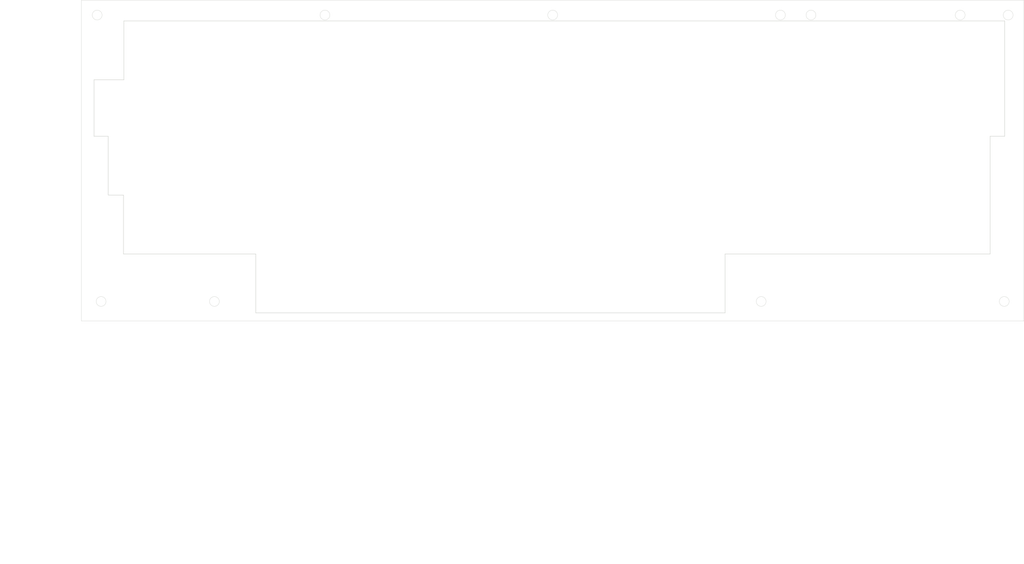
<source format=kicad_pcb>
(kicad_pcb (version 20171130) (host pcbnew "(5.1.4-0-10_14)")

  (general
    (thickness 1.6)
    (drawings 32)
    (tracks 0)
    (zones 0)
    (modules 0)
    (nets 1)
  )

  (page B)
  (title_block
    (title "Universal Retro Keyboard")
    (date 2019-08-25)
    (rev 1.0)
    (company OSIWeb.org)
    (comment 1 "Key matrix w/ LED")
  )

  (layers
    (0 F.Cu signal)
    (31 B.Cu signal)
    (32 B.Adhes user)
    (33 F.Adhes user)
    (34 B.Paste user)
    (35 F.Paste user)
    (36 B.SilkS user)
    (37 F.SilkS user)
    (38 B.Mask user)
    (39 F.Mask user)
    (40 Dwgs.User user)
    (41 Cmts.User user)
    (42 Eco1.User user)
    (43 Eco2.User user)
    (44 Edge.Cuts user)
    (45 Margin user)
    (46 B.CrtYd user)
    (47 F.CrtYd user)
    (48 B.Fab user)
    (49 F.Fab user)
  )

  (setup
    (last_trace_width 0.254)
    (user_trace_width 0.254)
    (user_trace_width 0.508)
    (user_trace_width 1.27)
    (trace_clearance 0.2)
    (zone_clearance 0.508)
    (zone_45_only no)
    (trace_min 0.2)
    (via_size 0.8128)
    (via_drill 0.4064)
    (via_min_size 0.4)
    (via_min_drill 0.3)
    (user_via 1.27 0.7112)
    (uvia_size 0.3048)
    (uvia_drill 0.1016)
    (uvias_allowed no)
    (uvia_min_size 0.2)
    (uvia_min_drill 0.1)
    (edge_width 0.1)
    (segment_width 0.2)
    (pcb_text_width 0.3)
    (pcb_text_size 1.5 1.5)
    (mod_edge_width 0.15)
    (mod_text_size 1 1)
    (mod_text_width 0.15)
    (pad_size 3.9878 3.9878)
    (pad_drill 3.9878)
    (pad_to_mask_clearance 0)
    (aux_axis_origin 61.4172 179.1081)
    (visible_elements 7FFFEFFF)
    (pcbplotparams
      (layerselection 0x010fc_ffffffff)
      (usegerberextensions false)
      (usegerberattributes false)
      (usegerberadvancedattributes false)
      (creategerberjobfile false)
      (excludeedgelayer true)
      (linewidth 0.100000)
      (plotframeref false)
      (viasonmask false)
      (mode 1)
      (useauxorigin false)
      (hpglpennumber 1)
      (hpglpenspeed 20)
      (hpglpendiameter 15.000000)
      (psnegative false)
      (psa4output false)
      (plotreference true)
      (plotvalue true)
      (plotinvisibletext false)
      (padsonsilk false)
      (subtractmaskfromsilk false)
      (outputformat 1)
      (mirror false)
      (drillshape 1)
      (scaleselection 1)
      (outputdirectory ""))
  )

  (net 0 "")

  (net_class Default "This is the default net class."
    (clearance 0.2)
    (trace_width 0.254)
    (via_dia 0.8128)
    (via_drill 0.4064)
    (uvia_dia 0.3048)
    (uvia_drill 0.1016)
    (diff_pair_width 0.2032)
    (diff_pair_gap 0.254)
  )

  (net_class power1 ""
    (clearance 0.254)
    (trace_width 1.27)
    (via_dia 1.27)
    (via_drill 0.7112)
    (uvia_dia 0.3048)
    (uvia_drill 0.1016)
    (diff_pair_width 0.2032)
    (diff_pair_gap 0.254)
  )

  (net_class signal ""
    (clearance 0.2032)
    (trace_width 0.254)
    (via_dia 0.8128)
    (via_drill 0.4064)
    (uvia_dia 0.3048)
    (uvia_drill 0.1016)
    (diff_pair_width 0.2032)
    (diff_pair_gap 0.254)
  )

  (gr_circle (center 143.51 78.74) (end 145.0975 78.74) (layer Edge.Cuts) (width 0.1) (tstamp 5D91233E))
  (gr_circle (center 290.83 78.74) (end 292.4175 78.74) (layer Edge.Cuts) (width 0.1) (tstamp 5D9123A8))
  (gr_circle (center 284.607 171.45) (end 286.1945 171.45) (layer Edge.Cuts) (width 0.1) (tstamp 5D9122A9))
  (gr_circle (center 107.7595 171.45) (end 109.347 171.45) (layer Edge.Cuts) (width 0.1) (tstamp 5D9122A9))
  (gr_circle (center 300.7106 78.74) (end 302.2981 78.74) (layer Edge.Cuts) (width 0.1) (tstamp 5D912365))
  (gr_circle (center 348.9706 78.74) (end 350.5581 78.74) (layer Edge.Cuts) (width 0.1) (tstamp 5D912368))
  (gr_circle (center 217.17 78.74) (end 218.7575 78.74) (layer Edge.Cuts) (width 0.1) (tstamp 5D9123AE))
  (gr_circle (center 364.49 78.74) (end 366.0775 78.74) (layer Edge.Cuts) (width 0.1) (tstamp 5D9123AB))
  (gr_circle (center 363.22 171.45) (end 364.8075 171.45) (layer Edge.Cuts) (width 0.1) (tstamp 5D911836))
  (gr_circle (center 71.12 171.45) (end 72.7075 171.45) (layer Edge.Cuts) (width 0.1) (tstamp 5D911836))
  (gr_circle (center 69.85 78.74) (end 71.4375 78.74) (layer Edge.Cuts) (width 0.1) (tstamp 5D9123B1))
  (gr_line (start 78.486 99.695) (end 78.486 80.645) (layer Edge.Cuts) (width 0.15))
  (gr_line (start 68.834 99.695) (end 78.486 99.695) (layer Edge.Cuts) (width 0.15))
  (gr_line (start 68.834 117.983) (end 68.834 99.695) (layer Edge.Cuts) (width 0.15))
  (gr_line (start 73.406 117.983) (end 68.834 117.983) (layer Edge.Cuts) (width 0.15))
  (gr_line (start 73.406 137.033) (end 73.406 117.983) (layer Edge.Cuts) (width 0.15))
  (gr_line (start 78.359 137.033) (end 73.533 137.033) (layer Edge.Cuts) (width 0.15))
  (gr_line (start 78.359 156.083) (end 78.359 137.033) (layer Edge.Cuts) (width 0.15))
  (gr_line (start 121.158 156.083) (end 78.359 156.083) (layer Edge.Cuts) (width 0.15))
  (gr_line (start 121.158 175.133) (end 121.158 156.083) (layer Edge.Cuts) (width 0.15))
  (gr_line (start 272.923 175.133) (end 121.158 175.133) (layer Edge.Cuts) (width 0.15) (tstamp 5D90C768))
  (gr_line (start 272.923 156.083) (end 272.923 175.133) (layer Edge.Cuts) (width 0.15))
  (gr_line (start 358.648 156.083) (end 272.923 156.083) (layer Edge.Cuts) (width 0.15))
  (gr_line (start 358.648 117.983) (end 358.648 156.083) (layer Edge.Cuts) (width 0.15))
  (gr_line (start 363.347 117.983) (end 358.648 117.983) (layer Edge.Cuts) (width 0.15) (tstamp 5D90C7F7))
  (gr_line (start 363.347 80.645) (end 363.347 117.983) (layer Edge.Cuts) (width 0.15))
  (gr_line (start 78.486 80.645) (end 363.347 80.645) (layer Edge.Cuts) (width 0.15) (tstamp 5D90C80E))
  (gr_line (start 64.77 177.8) (end 369.57 177.8) (layer Edge.Cuts) (width 0.1) (tstamp 5D911490))
  (gr_line (start 64.77 73.914) (end 64.77 177.8) (layer Edge.Cuts) (width 0.1))
  (gr_line (start 369.57 73.914) (end 64.77 73.914) (layer Edge.Cuts) (width 0.1) (tstamp 5D91148D))
  (gr_line (start 369.57 177.8) (end 369.57 73.914) (layer Edge.Cuts) (width 0.1) (tstamp 5D91148A))
  (gr_text "Distances:\nVertical: 0.75 inch\nHorizontal (1x - 1x): 0.75 inch\nHorizontal (1x - 1.5x): 0.939 inch\nHorizontal (Row 1 left key -> Row 2 left key): -0.379 inch\nHorizontal (Row 2 left key -> Row 3 left key): 0.187 inch\nHorizontal (Row 3 left key -> Row 4 left key): 0.186 inch\nHorizontal (Row 4 left key -> space bar): 4.310 inch" (at 38.4175 240.0681) (layer Cmts.User)
    (effects (font (size 2.54 2.54) (thickness 0.3048)) (justify left))
  )

)

</source>
